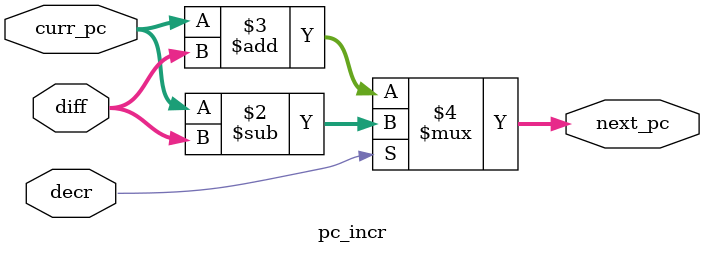
<source format=v>
module pc_incr(curr_pc, decr, diff, next_pc);
	input [15:0] curr_pc, diff;
	input decr;
	output [15:0] next_pc;
	
	// if decr is high, perform subtraction, otherwise do addition
	assign next_pc = (decr == 1'b1) ? (curr_pc - diff) : (curr_pc + diff);
endmodule

</source>
